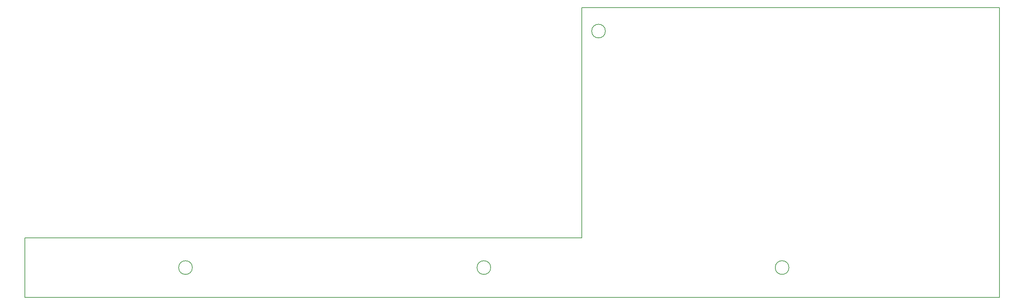
<source format=gbr>
G04 #@! TF.FileFunction,Profile,NP*
%FSLAX46Y46*%
G04 Gerber Fmt 4.6, Leading zero omitted, Abs format (unit mm)*
G04 Created by KiCad (PCBNEW (2014-jul-16 BZR unknown)-product) date Seg 08 Dez 2014 19:54:15 BRST*
%MOMM*%
G01*
G04 APERTURE LIST*
%ADD10C,0.152400*%
%ADD11C,0.200000*%
G04 APERTURE END LIST*
D10*
D11*
X148287680Y-6019800D02*
G75*
G03X148287680Y-6019800I-1750000J0D01*
G01*
X142240000Y0D02*
X142240000Y-58928000D01*
X248920000Y0D02*
X248920000Y-74168000D01*
X248920000Y-74168000D02*
X0Y-74168000D01*
X248920000Y0D02*
X142240000Y0D01*
X42796400Y-66548000D02*
G75*
G03X42796400Y-66548000I-1750000J0D01*
G01*
X118996400Y-66548000D02*
G75*
G03X118996400Y-66548000I-1750000J0D01*
G01*
X195171000Y-66548000D02*
G75*
G03X195171000Y-66548000I-1750000J0D01*
G01*
X0Y-58928000D02*
X142240000Y-58928000D01*
X0Y-74168000D02*
X0Y-58928000D01*
M02*

</source>
